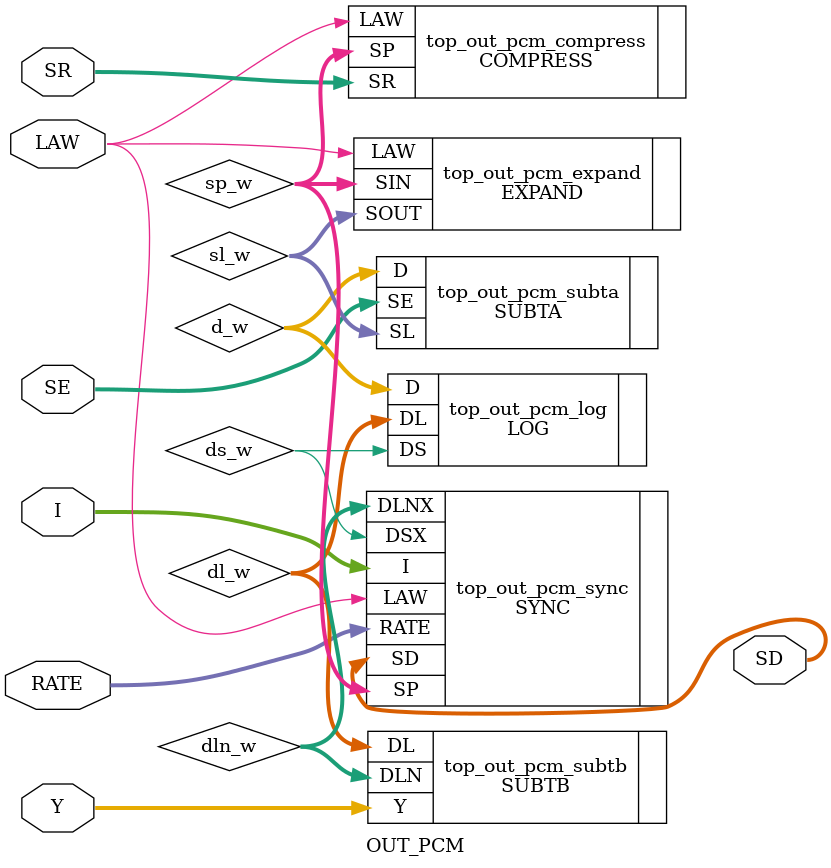
<source format=v>
/* OUT_PCM.v
*
* Module : Output PCM
*
* Authors: Niraj Vasudevan 
*
* Description:
* Hierarchical module of output PCM
*
* Revision History:
* _Rev #_	_Author(s)_	_Date_		_Changes_
* 1.00		nv1440		03/20/2014	Module Created.
*
*/




//Module Declaration

module OUT_PCM (

	SR,	//Reconstructed signal
	LAW,	//Selects a-law or u-law
	SE,	//Signal estimate
	RATE,
	Y,	//Quantizer scale factor
	I,	//Rate selector
	SD	//Decoder pcm output word
);

///////////////////////////////////////////
// Inputs 
//
input [15:0] 	SR;		
input 		LAW;		
input [14:0] 	SE;		
input [12:0] 	Y;		
input [4:0]	I;
input [1:0]	RATE;	

///////////////////////////////////////////
// Outputs 
//
output [7:0]	SD;

///////////////////////////////////////////
// Wire and register instantiations
//

wire [7:0] 	sp_w;		// 8 bit PCM reconstructed signal
wire [13:0] 	sl_w;		// 14-bit Output Referrenced as SL in the Encoder and SLX in the Decoder
wire [15:0]	d_w;		// output of SUBTA
wire [10:0]	dl_w;		// 11-bit Output Refferenced as DL in the Encoder and DLX in the Decoder
wire		ds_w;		// 1-bit Output Refferenced as DS in the Encoder and DSX in the Decoder
wire [11:0]	dln_w;		// 12 bit 2's complement Log2 normalized difference in encoder

///////////////////////////////////////////
// Module instantiations
//

COMPRESS	top_out_pcm_compress	(	.SR(SR), 
					  	.LAW(LAW),
						.SP(sp_w)
										);
EXPAND		top_out_pcm_expand	(	.SIN(sp_w),
						.LAW(LAW), 
						.SOUT(sl_w)
										);
SUBTA		top_out_pcm_subta	(	.SL(sl_w),
						.SE(SE),
						.D(d_w)
						
										);
LOG		top_out_pcm_log		(	.D(d_w), 
						.DL(dl_w), 
						.DS(ds_w)
										);
SUBTB		top_out_pcm_subtb	(	.DL(dl_w),
						.DLN(dln_w), 
						.Y(Y) 
										);
SYNC		top_out_pcm_sync	(	.I(I), 
						.SP(sp_w), 
						.DLNX(dln_w), 
						.DSX(ds_w), 
						.LAW(LAW), 
						.SD(SD), 
						.RATE(RATE)
										); 

endmodule // end of OUT_PCM

</source>
